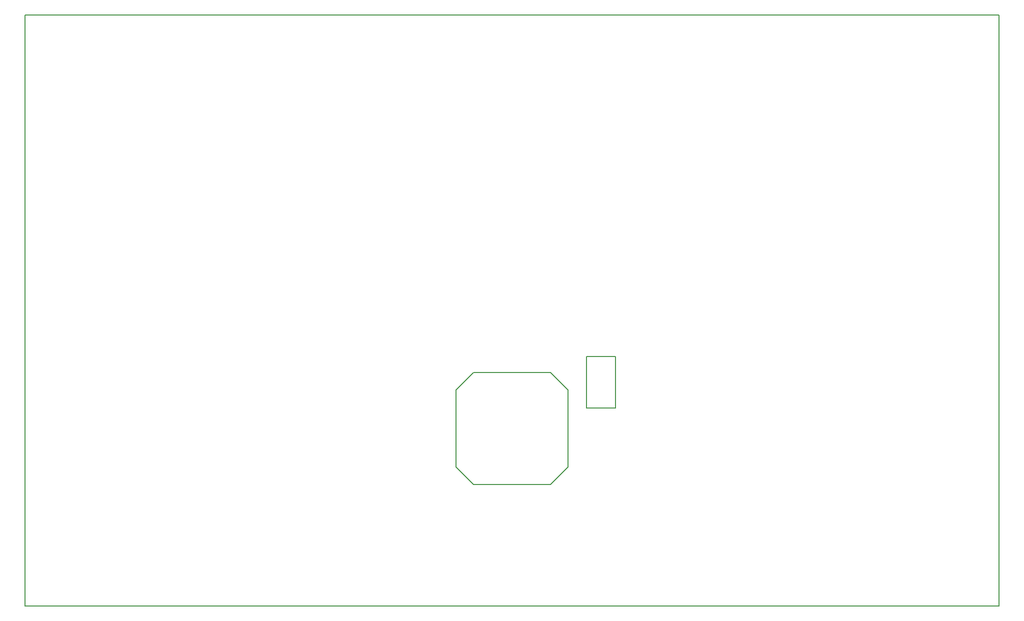
<source format=gbr>
G04 #@! TF.GenerationSoftware,KiCad,Pcbnew,no-vcs-found-7652~57~ubuntu16.04.1*
G04 #@! TF.CreationDate,2017-02-21T14:31:34+01:00*
G04 #@! TF.ProjectId,peripheral-board,7065726970686572616C2D626F617264,rev?*
G04 #@! TF.FileFunction,Profile,NP*
%FSLAX46Y46*%
G04 Gerber Fmt 4.6, Leading zero omitted, Abs format (unit mm)*
G04 Created by KiCad (PCBNEW no-vcs-found-7652~57~ubuntu16.04.1) date Tue Feb 21 14:31:34 2017*
%MOMM*%
%LPD*%
G01*
G04 APERTURE LIST*
%ADD10C,0.100000*%
%ADD11C,0.150000*%
G04 APERTURE END LIST*
D10*
D11*
X95100000Y33500000D02*
X100000000Y33500000D01*
X95100000Y42200000D02*
X95100000Y33500000D01*
X100000000Y42200000D02*
X95100000Y42200000D01*
X100000000Y33500000D02*
X100000000Y42200000D01*
X89000000Y39500000D02*
X92000000Y36500000D01*
X73000000Y36500000D02*
X76000000Y39500000D01*
X76000000Y20500000D02*
X73000000Y23500000D01*
X92000000Y23500000D02*
X89000000Y20500000D01*
X73000000Y23500000D02*
X73000000Y36500000D01*
X89000000Y20500000D02*
X76000000Y20500000D01*
X92000000Y36500000D02*
X92000000Y23500000D01*
X76000000Y39500000D02*
X89000000Y39500000D01*
X0Y100000000D02*
X0Y0D01*
X165000000Y0D02*
X0Y0D01*
X165000000Y100000000D02*
X165000000Y0D01*
X0Y100000000D02*
X165000000Y100000000D01*
M02*

</source>
